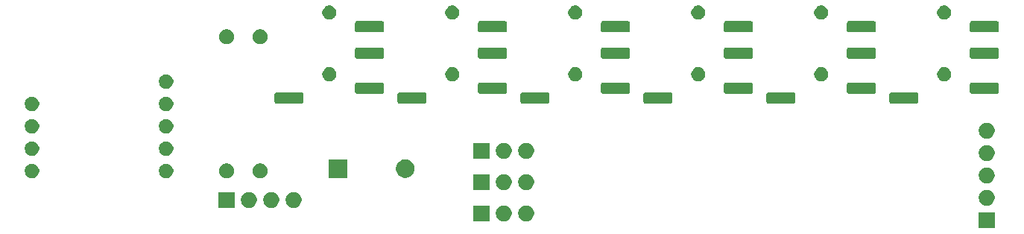
<source format=gbr>
G04 #@! TF.GenerationSoftware,KiCad,Pcbnew,(5.1.5)-3*
G04 #@! TF.CreationDate,2020-12-21T11:55:10+01:00*
G04 #@! TF.ProjectId,epimetheus,6570696d-6574-4686-9575-732e6b696361,rev?*
G04 #@! TF.SameCoordinates,Original*
G04 #@! TF.FileFunction,Soldermask,Top*
G04 #@! TF.FilePolarity,Negative*
%FSLAX46Y46*%
G04 Gerber Fmt 4.6, Leading zero omitted, Abs format (unit mm)*
G04 Created by KiCad (PCBNEW (5.1.5)-3) date 2020-12-21 11:55:10*
%MOMM*%
%LPD*%
G04 APERTURE LIST*
%ADD10C,0.100000*%
G04 APERTURE END LIST*
D10*
G36*
X264045000Y-72275000D02*
G01*
X262243000Y-72275000D01*
X262243000Y-70473000D01*
X264045000Y-70473000D01*
X264045000Y-72275000D01*
G37*
G36*
X210933512Y-69715927D02*
G01*
X211082812Y-69745624D01*
X211246784Y-69813544D01*
X211394354Y-69912147D01*
X211519853Y-70037646D01*
X211618456Y-70185216D01*
X211686376Y-70349188D01*
X211721000Y-70523259D01*
X211721000Y-70700741D01*
X211686376Y-70874812D01*
X211618456Y-71038784D01*
X211519853Y-71186354D01*
X211394354Y-71311853D01*
X211246784Y-71410456D01*
X211082812Y-71478376D01*
X210933512Y-71508073D01*
X210908742Y-71513000D01*
X210731258Y-71513000D01*
X210706488Y-71508073D01*
X210557188Y-71478376D01*
X210393216Y-71410456D01*
X210245646Y-71311853D01*
X210120147Y-71186354D01*
X210021544Y-71038784D01*
X209953624Y-70874812D01*
X209919000Y-70700741D01*
X209919000Y-70523259D01*
X209953624Y-70349188D01*
X210021544Y-70185216D01*
X210120147Y-70037646D01*
X210245646Y-69912147D01*
X210393216Y-69813544D01*
X210557188Y-69745624D01*
X210706488Y-69715927D01*
X210731258Y-69711000D01*
X210908742Y-69711000D01*
X210933512Y-69715927D01*
G37*
G36*
X208393512Y-69715927D02*
G01*
X208542812Y-69745624D01*
X208706784Y-69813544D01*
X208854354Y-69912147D01*
X208979853Y-70037646D01*
X209078456Y-70185216D01*
X209146376Y-70349188D01*
X209181000Y-70523259D01*
X209181000Y-70700741D01*
X209146376Y-70874812D01*
X209078456Y-71038784D01*
X208979853Y-71186354D01*
X208854354Y-71311853D01*
X208706784Y-71410456D01*
X208542812Y-71478376D01*
X208393512Y-71508073D01*
X208368742Y-71513000D01*
X208191258Y-71513000D01*
X208166488Y-71508073D01*
X208017188Y-71478376D01*
X207853216Y-71410456D01*
X207705646Y-71311853D01*
X207580147Y-71186354D01*
X207481544Y-71038784D01*
X207413624Y-70874812D01*
X207379000Y-70700741D01*
X207379000Y-70523259D01*
X207413624Y-70349188D01*
X207481544Y-70185216D01*
X207580147Y-70037646D01*
X207705646Y-69912147D01*
X207853216Y-69813544D01*
X208017188Y-69745624D01*
X208166488Y-69715927D01*
X208191258Y-69711000D01*
X208368742Y-69711000D01*
X208393512Y-69715927D01*
G37*
G36*
X206641000Y-71513000D02*
G01*
X204839000Y-71513000D01*
X204839000Y-69711000D01*
X206641000Y-69711000D01*
X206641000Y-71513000D01*
G37*
G36*
X177685000Y-69989000D02*
G01*
X175883000Y-69989000D01*
X175883000Y-68187000D01*
X177685000Y-68187000D01*
X177685000Y-69989000D01*
G37*
G36*
X184517512Y-68191927D02*
G01*
X184666812Y-68221624D01*
X184830784Y-68289544D01*
X184978354Y-68388147D01*
X185103853Y-68513646D01*
X185202456Y-68661216D01*
X185270376Y-68825188D01*
X185305000Y-68999259D01*
X185305000Y-69176741D01*
X185270376Y-69350812D01*
X185202456Y-69514784D01*
X185103853Y-69662354D01*
X184978354Y-69787853D01*
X184830784Y-69886456D01*
X184666812Y-69954376D01*
X184517512Y-69984073D01*
X184492742Y-69989000D01*
X184315258Y-69989000D01*
X184290488Y-69984073D01*
X184141188Y-69954376D01*
X183977216Y-69886456D01*
X183829646Y-69787853D01*
X183704147Y-69662354D01*
X183605544Y-69514784D01*
X183537624Y-69350812D01*
X183503000Y-69176741D01*
X183503000Y-68999259D01*
X183537624Y-68825188D01*
X183605544Y-68661216D01*
X183704147Y-68513646D01*
X183829646Y-68388147D01*
X183977216Y-68289544D01*
X184141188Y-68221624D01*
X184290488Y-68191927D01*
X184315258Y-68187000D01*
X184492742Y-68187000D01*
X184517512Y-68191927D01*
G37*
G36*
X181977512Y-68191927D02*
G01*
X182126812Y-68221624D01*
X182290784Y-68289544D01*
X182438354Y-68388147D01*
X182563853Y-68513646D01*
X182662456Y-68661216D01*
X182730376Y-68825188D01*
X182765000Y-68999259D01*
X182765000Y-69176741D01*
X182730376Y-69350812D01*
X182662456Y-69514784D01*
X182563853Y-69662354D01*
X182438354Y-69787853D01*
X182290784Y-69886456D01*
X182126812Y-69954376D01*
X181977512Y-69984073D01*
X181952742Y-69989000D01*
X181775258Y-69989000D01*
X181750488Y-69984073D01*
X181601188Y-69954376D01*
X181437216Y-69886456D01*
X181289646Y-69787853D01*
X181164147Y-69662354D01*
X181065544Y-69514784D01*
X180997624Y-69350812D01*
X180963000Y-69176741D01*
X180963000Y-68999259D01*
X180997624Y-68825188D01*
X181065544Y-68661216D01*
X181164147Y-68513646D01*
X181289646Y-68388147D01*
X181437216Y-68289544D01*
X181601188Y-68221624D01*
X181750488Y-68191927D01*
X181775258Y-68187000D01*
X181952742Y-68187000D01*
X181977512Y-68191927D01*
G37*
G36*
X179437512Y-68191927D02*
G01*
X179586812Y-68221624D01*
X179750784Y-68289544D01*
X179898354Y-68388147D01*
X180023853Y-68513646D01*
X180122456Y-68661216D01*
X180190376Y-68825188D01*
X180225000Y-68999259D01*
X180225000Y-69176741D01*
X180190376Y-69350812D01*
X180122456Y-69514784D01*
X180023853Y-69662354D01*
X179898354Y-69787853D01*
X179750784Y-69886456D01*
X179586812Y-69954376D01*
X179437512Y-69984073D01*
X179412742Y-69989000D01*
X179235258Y-69989000D01*
X179210488Y-69984073D01*
X179061188Y-69954376D01*
X178897216Y-69886456D01*
X178749646Y-69787853D01*
X178624147Y-69662354D01*
X178525544Y-69514784D01*
X178457624Y-69350812D01*
X178423000Y-69176741D01*
X178423000Y-68999259D01*
X178457624Y-68825188D01*
X178525544Y-68661216D01*
X178624147Y-68513646D01*
X178749646Y-68388147D01*
X178897216Y-68289544D01*
X179061188Y-68221624D01*
X179210488Y-68191927D01*
X179235258Y-68187000D01*
X179412742Y-68187000D01*
X179437512Y-68191927D01*
G37*
G36*
X263257512Y-67937927D02*
G01*
X263406812Y-67967624D01*
X263570784Y-68035544D01*
X263718354Y-68134147D01*
X263843853Y-68259646D01*
X263942456Y-68407216D01*
X264010376Y-68571188D01*
X264045000Y-68745259D01*
X264045000Y-68922741D01*
X264010376Y-69096812D01*
X263942456Y-69260784D01*
X263843853Y-69408354D01*
X263718354Y-69533853D01*
X263570784Y-69632456D01*
X263406812Y-69700376D01*
X263257512Y-69730073D01*
X263232742Y-69735000D01*
X263055258Y-69735000D01*
X263030488Y-69730073D01*
X262881188Y-69700376D01*
X262717216Y-69632456D01*
X262569646Y-69533853D01*
X262444147Y-69408354D01*
X262345544Y-69260784D01*
X262277624Y-69096812D01*
X262243000Y-68922741D01*
X262243000Y-68745259D01*
X262277624Y-68571188D01*
X262345544Y-68407216D01*
X262444147Y-68259646D01*
X262569646Y-68134147D01*
X262717216Y-68035544D01*
X262881188Y-67967624D01*
X263030488Y-67937927D01*
X263055258Y-67933000D01*
X263232742Y-67933000D01*
X263257512Y-67937927D01*
G37*
G36*
X210933512Y-66159927D02*
G01*
X211082812Y-66189624D01*
X211246784Y-66257544D01*
X211394354Y-66356147D01*
X211519853Y-66481646D01*
X211618456Y-66629216D01*
X211686376Y-66793188D01*
X211721000Y-66967259D01*
X211721000Y-67144741D01*
X211686376Y-67318812D01*
X211618456Y-67482784D01*
X211519853Y-67630354D01*
X211394354Y-67755853D01*
X211246784Y-67854456D01*
X211082812Y-67922376D01*
X210933512Y-67952073D01*
X210908742Y-67957000D01*
X210731258Y-67957000D01*
X210706488Y-67952073D01*
X210557188Y-67922376D01*
X210393216Y-67854456D01*
X210245646Y-67755853D01*
X210120147Y-67630354D01*
X210021544Y-67482784D01*
X209953624Y-67318812D01*
X209919000Y-67144741D01*
X209919000Y-66967259D01*
X209953624Y-66793188D01*
X210021544Y-66629216D01*
X210120147Y-66481646D01*
X210245646Y-66356147D01*
X210393216Y-66257544D01*
X210557188Y-66189624D01*
X210706488Y-66159927D01*
X210731258Y-66155000D01*
X210908742Y-66155000D01*
X210933512Y-66159927D01*
G37*
G36*
X208393512Y-66159927D02*
G01*
X208542812Y-66189624D01*
X208706784Y-66257544D01*
X208854354Y-66356147D01*
X208979853Y-66481646D01*
X209078456Y-66629216D01*
X209146376Y-66793188D01*
X209181000Y-66967259D01*
X209181000Y-67144741D01*
X209146376Y-67318812D01*
X209078456Y-67482784D01*
X208979853Y-67630354D01*
X208854354Y-67755853D01*
X208706784Y-67854456D01*
X208542812Y-67922376D01*
X208393512Y-67952073D01*
X208368742Y-67957000D01*
X208191258Y-67957000D01*
X208166488Y-67952073D01*
X208017188Y-67922376D01*
X207853216Y-67854456D01*
X207705646Y-67755853D01*
X207580147Y-67630354D01*
X207481544Y-67482784D01*
X207413624Y-67318812D01*
X207379000Y-67144741D01*
X207379000Y-66967259D01*
X207413624Y-66793188D01*
X207481544Y-66629216D01*
X207580147Y-66481646D01*
X207705646Y-66356147D01*
X207853216Y-66257544D01*
X208017188Y-66189624D01*
X208166488Y-66159927D01*
X208191258Y-66155000D01*
X208368742Y-66155000D01*
X208393512Y-66159927D01*
G37*
G36*
X206641000Y-67957000D02*
G01*
X204839000Y-67957000D01*
X204839000Y-66155000D01*
X206641000Y-66155000D01*
X206641000Y-67957000D01*
G37*
G36*
X263257512Y-65397927D02*
G01*
X263406812Y-65427624D01*
X263570784Y-65495544D01*
X263718354Y-65594147D01*
X263843853Y-65719646D01*
X263942456Y-65867216D01*
X264010376Y-66031188D01*
X264038206Y-66171101D01*
X264044347Y-66201973D01*
X264045000Y-66205259D01*
X264045000Y-66382741D01*
X264010376Y-66556812D01*
X263942456Y-66720784D01*
X263843853Y-66868354D01*
X263718354Y-66993853D01*
X263570784Y-67092456D01*
X263406812Y-67160376D01*
X263257512Y-67190073D01*
X263232742Y-67195000D01*
X263055258Y-67195000D01*
X263030488Y-67190073D01*
X262881188Y-67160376D01*
X262717216Y-67092456D01*
X262569646Y-66993853D01*
X262444147Y-66868354D01*
X262345544Y-66720784D01*
X262277624Y-66556812D01*
X262243000Y-66382741D01*
X262243000Y-66205259D01*
X262243654Y-66201973D01*
X262249794Y-66171101D01*
X262277624Y-66031188D01*
X262345544Y-65867216D01*
X262444147Y-65719646D01*
X262569646Y-65594147D01*
X262717216Y-65495544D01*
X262881188Y-65427624D01*
X263030488Y-65397927D01*
X263055258Y-65393000D01*
X263232742Y-65393000D01*
X263257512Y-65397927D01*
G37*
G36*
X180842228Y-64967703D02*
G01*
X180997100Y-65031853D01*
X181136481Y-65124985D01*
X181255015Y-65243519D01*
X181348147Y-65382900D01*
X181412297Y-65537772D01*
X181445000Y-65702184D01*
X181445000Y-65869816D01*
X181412297Y-66034228D01*
X181348147Y-66189100D01*
X181255015Y-66328481D01*
X181136481Y-66447015D01*
X180997100Y-66540147D01*
X180842228Y-66604297D01*
X180677816Y-66637000D01*
X180510184Y-66637000D01*
X180345772Y-66604297D01*
X180190900Y-66540147D01*
X180051519Y-66447015D01*
X179932985Y-66328481D01*
X179839853Y-66189100D01*
X179775703Y-66034228D01*
X179743000Y-65869816D01*
X179743000Y-65702184D01*
X179775703Y-65537772D01*
X179839853Y-65382900D01*
X179932985Y-65243519D01*
X180051519Y-65124985D01*
X180190900Y-65031853D01*
X180345772Y-64967703D01*
X180510184Y-64935000D01*
X180677816Y-64935000D01*
X180842228Y-64967703D01*
G37*
G36*
X177032228Y-64967703D02*
G01*
X177187100Y-65031853D01*
X177326481Y-65124985D01*
X177445015Y-65243519D01*
X177538147Y-65382900D01*
X177602297Y-65537772D01*
X177635000Y-65702184D01*
X177635000Y-65869816D01*
X177602297Y-66034228D01*
X177538147Y-66189100D01*
X177445015Y-66328481D01*
X177326481Y-66447015D01*
X177187100Y-66540147D01*
X177032228Y-66604297D01*
X176867816Y-66637000D01*
X176700184Y-66637000D01*
X176535772Y-66604297D01*
X176380900Y-66540147D01*
X176241519Y-66447015D01*
X176122985Y-66328481D01*
X176029853Y-66189100D01*
X175965703Y-66034228D01*
X175933000Y-65869816D01*
X175933000Y-65702184D01*
X175965703Y-65537772D01*
X176029853Y-65382900D01*
X176122985Y-65243519D01*
X176241519Y-65124985D01*
X176380900Y-65031853D01*
X176535772Y-64967703D01*
X176700184Y-64935000D01*
X176867816Y-64935000D01*
X177032228Y-64967703D01*
G37*
G36*
X154923142Y-65004242D02*
G01*
X155071101Y-65065529D01*
X155204255Y-65154499D01*
X155317501Y-65267745D01*
X155406471Y-65400899D01*
X155467758Y-65548858D01*
X155499000Y-65705925D01*
X155499000Y-65866075D01*
X155467758Y-66023142D01*
X155406471Y-66171101D01*
X155317501Y-66304255D01*
X155204255Y-66417501D01*
X155071101Y-66506471D01*
X154923142Y-66567758D01*
X154766075Y-66599000D01*
X154605925Y-66599000D01*
X154448858Y-66567758D01*
X154300899Y-66506471D01*
X154167745Y-66417501D01*
X154054499Y-66304255D01*
X153965529Y-66171101D01*
X153904242Y-66023142D01*
X153873000Y-65866075D01*
X153873000Y-65705925D01*
X153904242Y-65548858D01*
X153965529Y-65400899D01*
X154054499Y-65267745D01*
X154167745Y-65154499D01*
X154300899Y-65065529D01*
X154448858Y-65004242D01*
X154605925Y-64973000D01*
X154766075Y-64973000D01*
X154923142Y-65004242D01*
G37*
G36*
X170163142Y-65004242D02*
G01*
X170311101Y-65065529D01*
X170444255Y-65154499D01*
X170557501Y-65267745D01*
X170646471Y-65400899D01*
X170707758Y-65548858D01*
X170739000Y-65705925D01*
X170739000Y-65866075D01*
X170707758Y-66023142D01*
X170646471Y-66171101D01*
X170557501Y-66304255D01*
X170444255Y-66417501D01*
X170311101Y-66506471D01*
X170163142Y-66567758D01*
X170006075Y-66599000D01*
X169845925Y-66599000D01*
X169688858Y-66567758D01*
X169540899Y-66506471D01*
X169407745Y-66417501D01*
X169294499Y-66304255D01*
X169205529Y-66171101D01*
X169144242Y-66023142D01*
X169113000Y-65866075D01*
X169113000Y-65705925D01*
X169144242Y-65548858D01*
X169205529Y-65400899D01*
X169294499Y-65267745D01*
X169407745Y-65154499D01*
X169540899Y-65065529D01*
X169688858Y-65004242D01*
X169845925Y-64973000D01*
X170006075Y-64973000D01*
X170163142Y-65004242D01*
G37*
G36*
X197390564Y-64521389D02*
G01*
X197581833Y-64600615D01*
X197581835Y-64600616D01*
X197753973Y-64715635D01*
X197900365Y-64862027D01*
X198013839Y-65031852D01*
X198015385Y-65034167D01*
X198094611Y-65225436D01*
X198135000Y-65428484D01*
X198135000Y-65635516D01*
X198094611Y-65838564D01*
X198082742Y-65867218D01*
X198015384Y-66029835D01*
X197900365Y-66201973D01*
X197753973Y-66348365D01*
X197581835Y-66463384D01*
X197581834Y-66463385D01*
X197581833Y-66463385D01*
X197390564Y-66542611D01*
X197187516Y-66583000D01*
X196980484Y-66583000D01*
X196777436Y-66542611D01*
X196586167Y-66463385D01*
X196586166Y-66463385D01*
X196586165Y-66463384D01*
X196414027Y-66348365D01*
X196267635Y-66201973D01*
X196152616Y-66029835D01*
X196085258Y-65867218D01*
X196073389Y-65838564D01*
X196033000Y-65635516D01*
X196033000Y-65428484D01*
X196073389Y-65225436D01*
X196152615Y-65034167D01*
X196154162Y-65031852D01*
X196267635Y-64862027D01*
X196414027Y-64715635D01*
X196586165Y-64600616D01*
X196586167Y-64600615D01*
X196777436Y-64521389D01*
X196980484Y-64481000D01*
X197187516Y-64481000D01*
X197390564Y-64521389D01*
G37*
G36*
X190535000Y-66583000D02*
G01*
X188433000Y-66583000D01*
X188433000Y-64481000D01*
X190535000Y-64481000D01*
X190535000Y-66583000D01*
G37*
G36*
X263257512Y-62857927D02*
G01*
X263406812Y-62887624D01*
X263570784Y-62955544D01*
X263718354Y-63054147D01*
X263843853Y-63179646D01*
X263942456Y-63327216D01*
X264010376Y-63491188D01*
X264045000Y-63665259D01*
X264045000Y-63842741D01*
X264010376Y-64016812D01*
X263942456Y-64180784D01*
X263843853Y-64328354D01*
X263718354Y-64453853D01*
X263570784Y-64552456D01*
X263406812Y-64620376D01*
X263257512Y-64650073D01*
X263232742Y-64655000D01*
X263055258Y-64655000D01*
X263030488Y-64650073D01*
X262881188Y-64620376D01*
X262717216Y-64552456D01*
X262569646Y-64453853D01*
X262444147Y-64328354D01*
X262345544Y-64180784D01*
X262277624Y-64016812D01*
X262243000Y-63842741D01*
X262243000Y-63665259D01*
X262277624Y-63491188D01*
X262345544Y-63327216D01*
X262444147Y-63179646D01*
X262569646Y-63054147D01*
X262717216Y-62955544D01*
X262881188Y-62887624D01*
X263030488Y-62857927D01*
X263055258Y-62853000D01*
X263232742Y-62853000D01*
X263257512Y-62857927D01*
G37*
G36*
X210933512Y-62603927D02*
G01*
X211082812Y-62633624D01*
X211246784Y-62701544D01*
X211394354Y-62800147D01*
X211519853Y-62925646D01*
X211618456Y-63073216D01*
X211686376Y-63237188D01*
X211721000Y-63411259D01*
X211721000Y-63588741D01*
X211686376Y-63762812D01*
X211618456Y-63926784D01*
X211519853Y-64074354D01*
X211394354Y-64199853D01*
X211246784Y-64298456D01*
X211082812Y-64366376D01*
X210933512Y-64396073D01*
X210908742Y-64401000D01*
X210731258Y-64401000D01*
X210706488Y-64396073D01*
X210557188Y-64366376D01*
X210393216Y-64298456D01*
X210245646Y-64199853D01*
X210120147Y-64074354D01*
X210021544Y-63926784D01*
X209953624Y-63762812D01*
X209919000Y-63588741D01*
X209919000Y-63411259D01*
X209953624Y-63237188D01*
X210021544Y-63073216D01*
X210120147Y-62925646D01*
X210245646Y-62800147D01*
X210393216Y-62701544D01*
X210557188Y-62633624D01*
X210706488Y-62603927D01*
X210731258Y-62599000D01*
X210908742Y-62599000D01*
X210933512Y-62603927D01*
G37*
G36*
X206641000Y-64401000D02*
G01*
X204839000Y-64401000D01*
X204839000Y-62599000D01*
X206641000Y-62599000D01*
X206641000Y-64401000D01*
G37*
G36*
X208393512Y-62603927D02*
G01*
X208542812Y-62633624D01*
X208706784Y-62701544D01*
X208854354Y-62800147D01*
X208979853Y-62925646D01*
X209078456Y-63073216D01*
X209146376Y-63237188D01*
X209181000Y-63411259D01*
X209181000Y-63588741D01*
X209146376Y-63762812D01*
X209078456Y-63926784D01*
X208979853Y-64074354D01*
X208854354Y-64199853D01*
X208706784Y-64298456D01*
X208542812Y-64366376D01*
X208393512Y-64396073D01*
X208368742Y-64401000D01*
X208191258Y-64401000D01*
X208166488Y-64396073D01*
X208017188Y-64366376D01*
X207853216Y-64298456D01*
X207705646Y-64199853D01*
X207580147Y-64074354D01*
X207481544Y-63926784D01*
X207413624Y-63762812D01*
X207379000Y-63588741D01*
X207379000Y-63411259D01*
X207413624Y-63237188D01*
X207481544Y-63073216D01*
X207580147Y-62925646D01*
X207705646Y-62800147D01*
X207853216Y-62701544D01*
X208017188Y-62633624D01*
X208166488Y-62603927D01*
X208191258Y-62599000D01*
X208368742Y-62599000D01*
X208393512Y-62603927D01*
G37*
G36*
X154923142Y-62464242D02*
G01*
X155071101Y-62525529D01*
X155204255Y-62614499D01*
X155317501Y-62727745D01*
X155406471Y-62860899D01*
X155467758Y-63008858D01*
X155499000Y-63165925D01*
X155499000Y-63326075D01*
X155467758Y-63483142D01*
X155406471Y-63631101D01*
X155317501Y-63764255D01*
X155204255Y-63877501D01*
X155071101Y-63966471D01*
X154923142Y-64027758D01*
X154766075Y-64059000D01*
X154605925Y-64059000D01*
X154448858Y-64027758D01*
X154300899Y-63966471D01*
X154167745Y-63877501D01*
X154054499Y-63764255D01*
X153965529Y-63631101D01*
X153904242Y-63483142D01*
X153873000Y-63326075D01*
X153873000Y-63165925D01*
X153904242Y-63008858D01*
X153965529Y-62860899D01*
X154054499Y-62727745D01*
X154167745Y-62614499D01*
X154300899Y-62525529D01*
X154448858Y-62464242D01*
X154605925Y-62433000D01*
X154766075Y-62433000D01*
X154923142Y-62464242D01*
G37*
G36*
X170163142Y-62464242D02*
G01*
X170311101Y-62525529D01*
X170444255Y-62614499D01*
X170557501Y-62727745D01*
X170646471Y-62860899D01*
X170707758Y-63008858D01*
X170739000Y-63165925D01*
X170739000Y-63326075D01*
X170707758Y-63483142D01*
X170646471Y-63631101D01*
X170557501Y-63764255D01*
X170444255Y-63877501D01*
X170311101Y-63966471D01*
X170163142Y-64027758D01*
X170006075Y-64059000D01*
X169845925Y-64059000D01*
X169688858Y-64027758D01*
X169540899Y-63966471D01*
X169407745Y-63877501D01*
X169294499Y-63764255D01*
X169205529Y-63631101D01*
X169144242Y-63483142D01*
X169113000Y-63326075D01*
X169113000Y-63165925D01*
X169144242Y-63008858D01*
X169205529Y-62860899D01*
X169294499Y-62727745D01*
X169407745Y-62614499D01*
X169540899Y-62525529D01*
X169688858Y-62464242D01*
X169845925Y-62433000D01*
X170006075Y-62433000D01*
X170163142Y-62464242D01*
G37*
G36*
X263257512Y-60317927D02*
G01*
X263406812Y-60347624D01*
X263570784Y-60415544D01*
X263718354Y-60514147D01*
X263843853Y-60639646D01*
X263942456Y-60787216D01*
X264010376Y-60951188D01*
X264045000Y-61125259D01*
X264045000Y-61302741D01*
X264010376Y-61476812D01*
X263942456Y-61640784D01*
X263843853Y-61788354D01*
X263718354Y-61913853D01*
X263570784Y-62012456D01*
X263406812Y-62080376D01*
X263257512Y-62110073D01*
X263232742Y-62115000D01*
X263055258Y-62115000D01*
X263030488Y-62110073D01*
X262881188Y-62080376D01*
X262717216Y-62012456D01*
X262569646Y-61913853D01*
X262444147Y-61788354D01*
X262345544Y-61640784D01*
X262277624Y-61476812D01*
X262243000Y-61302741D01*
X262243000Y-61125259D01*
X262277624Y-60951188D01*
X262345544Y-60787216D01*
X262444147Y-60639646D01*
X262569646Y-60514147D01*
X262717216Y-60415544D01*
X262881188Y-60347624D01*
X263030488Y-60317927D01*
X263055258Y-60313000D01*
X263232742Y-60313000D01*
X263257512Y-60317927D01*
G37*
G36*
X154923142Y-59924242D02*
G01*
X155071101Y-59985529D01*
X155204255Y-60074499D01*
X155317501Y-60187745D01*
X155406471Y-60320899D01*
X155467758Y-60468858D01*
X155499000Y-60625925D01*
X155499000Y-60786075D01*
X155467758Y-60943142D01*
X155406471Y-61091101D01*
X155317501Y-61224255D01*
X155204255Y-61337501D01*
X155071101Y-61426471D01*
X154923142Y-61487758D01*
X154766075Y-61519000D01*
X154605925Y-61519000D01*
X154448858Y-61487758D01*
X154300899Y-61426471D01*
X154167745Y-61337501D01*
X154054499Y-61224255D01*
X153965529Y-61091101D01*
X153904242Y-60943142D01*
X153873000Y-60786075D01*
X153873000Y-60625925D01*
X153904242Y-60468858D01*
X153965529Y-60320899D01*
X154054499Y-60187745D01*
X154167745Y-60074499D01*
X154300899Y-59985529D01*
X154448858Y-59924242D01*
X154605925Y-59893000D01*
X154766075Y-59893000D01*
X154923142Y-59924242D01*
G37*
G36*
X170163142Y-59924242D02*
G01*
X170311101Y-59985529D01*
X170444255Y-60074499D01*
X170557501Y-60187745D01*
X170646471Y-60320899D01*
X170707758Y-60468858D01*
X170739000Y-60625925D01*
X170739000Y-60786075D01*
X170707758Y-60943142D01*
X170646471Y-61091101D01*
X170557501Y-61224255D01*
X170444255Y-61337501D01*
X170311101Y-61426471D01*
X170163142Y-61487758D01*
X170006075Y-61519000D01*
X169845925Y-61519000D01*
X169688858Y-61487758D01*
X169540899Y-61426471D01*
X169407745Y-61337501D01*
X169294499Y-61224255D01*
X169205529Y-61091101D01*
X169144242Y-60943142D01*
X169113000Y-60786075D01*
X169113000Y-60625925D01*
X169144242Y-60468858D01*
X169205529Y-60320899D01*
X169294499Y-60187745D01*
X169407745Y-60074499D01*
X169540899Y-59985529D01*
X169688858Y-59924242D01*
X169845925Y-59893000D01*
X170006075Y-59893000D01*
X170163142Y-59924242D01*
G37*
G36*
X154923142Y-57384242D02*
G01*
X155071101Y-57445529D01*
X155204255Y-57534499D01*
X155317501Y-57647745D01*
X155406471Y-57780899D01*
X155467758Y-57928858D01*
X155499000Y-58085925D01*
X155499000Y-58246075D01*
X155467758Y-58403142D01*
X155406471Y-58551101D01*
X155317501Y-58684255D01*
X155204255Y-58797501D01*
X155071101Y-58886471D01*
X154923142Y-58947758D01*
X154766075Y-58979000D01*
X154605925Y-58979000D01*
X154448858Y-58947758D01*
X154300899Y-58886471D01*
X154167745Y-58797501D01*
X154054499Y-58684255D01*
X153965529Y-58551101D01*
X153904242Y-58403142D01*
X153873000Y-58246075D01*
X153873000Y-58085925D01*
X153904242Y-57928858D01*
X153965529Y-57780899D01*
X154054499Y-57647745D01*
X154167745Y-57534499D01*
X154300899Y-57445529D01*
X154448858Y-57384242D01*
X154605925Y-57353000D01*
X154766075Y-57353000D01*
X154923142Y-57384242D01*
G37*
G36*
X170163142Y-57384242D02*
G01*
X170311101Y-57445529D01*
X170444255Y-57534499D01*
X170557501Y-57647745D01*
X170646471Y-57780899D01*
X170707758Y-57928858D01*
X170739000Y-58085925D01*
X170739000Y-58246075D01*
X170707758Y-58403142D01*
X170646471Y-58551101D01*
X170557501Y-58684255D01*
X170444255Y-58797501D01*
X170311101Y-58886471D01*
X170163142Y-58947758D01*
X170006075Y-58979000D01*
X169845925Y-58979000D01*
X169688858Y-58947758D01*
X169540899Y-58886471D01*
X169407745Y-58797501D01*
X169294499Y-58684255D01*
X169205529Y-58551101D01*
X169144242Y-58403142D01*
X169113000Y-58246075D01*
X169113000Y-58085925D01*
X169144242Y-57928858D01*
X169205529Y-57780899D01*
X169294499Y-57647745D01*
X169407745Y-57534499D01*
X169540899Y-57445529D01*
X169688858Y-57384242D01*
X169845925Y-57353000D01*
X170006075Y-57353000D01*
X170163142Y-57384242D01*
G37*
G36*
X227245192Y-56857646D02*
G01*
X227294414Y-56872578D01*
X227339778Y-56896826D01*
X227379542Y-56929458D01*
X227412174Y-56969222D01*
X227436422Y-57014586D01*
X227451354Y-57063808D01*
X227457000Y-57121140D01*
X227457000Y-57884860D01*
X227451354Y-57942192D01*
X227436422Y-57991414D01*
X227412174Y-58036778D01*
X227379542Y-58076542D01*
X227339778Y-58109174D01*
X227294414Y-58133422D01*
X227245192Y-58148354D01*
X227187860Y-58154000D01*
X224424140Y-58154000D01*
X224366808Y-58148354D01*
X224317586Y-58133422D01*
X224272222Y-58109174D01*
X224232458Y-58076542D01*
X224199826Y-58036778D01*
X224175578Y-57991414D01*
X224160646Y-57942192D01*
X224155000Y-57884860D01*
X224155000Y-57121140D01*
X224160646Y-57063808D01*
X224175578Y-57014586D01*
X224199826Y-56969222D01*
X224232458Y-56929458D01*
X224272222Y-56896826D01*
X224317586Y-56872578D01*
X224366808Y-56857646D01*
X224424140Y-56852000D01*
X227187860Y-56852000D01*
X227245192Y-56857646D01*
G37*
G36*
X213275192Y-56857646D02*
G01*
X213324414Y-56872578D01*
X213369778Y-56896826D01*
X213409542Y-56929458D01*
X213442174Y-56969222D01*
X213466422Y-57014586D01*
X213481354Y-57063808D01*
X213487000Y-57121140D01*
X213487000Y-57884860D01*
X213481354Y-57942192D01*
X213466422Y-57991414D01*
X213442174Y-58036778D01*
X213409542Y-58076542D01*
X213369778Y-58109174D01*
X213324414Y-58133422D01*
X213275192Y-58148354D01*
X213217860Y-58154000D01*
X210454140Y-58154000D01*
X210396808Y-58148354D01*
X210347586Y-58133422D01*
X210302222Y-58109174D01*
X210262458Y-58076542D01*
X210229826Y-58036778D01*
X210205578Y-57991414D01*
X210190646Y-57942192D01*
X210185000Y-57884860D01*
X210185000Y-57121140D01*
X210190646Y-57063808D01*
X210205578Y-57014586D01*
X210229826Y-56969222D01*
X210262458Y-56929458D01*
X210302222Y-56896826D01*
X210347586Y-56872578D01*
X210396808Y-56857646D01*
X210454140Y-56852000D01*
X213217860Y-56852000D01*
X213275192Y-56857646D01*
G37*
G36*
X241215192Y-56857646D02*
G01*
X241264414Y-56872578D01*
X241309778Y-56896826D01*
X241349542Y-56929458D01*
X241382174Y-56969222D01*
X241406422Y-57014586D01*
X241421354Y-57063808D01*
X241427000Y-57121140D01*
X241427000Y-57884860D01*
X241421354Y-57942192D01*
X241406422Y-57991414D01*
X241382174Y-58036778D01*
X241349542Y-58076542D01*
X241309778Y-58109174D01*
X241264414Y-58133422D01*
X241215192Y-58148354D01*
X241157860Y-58154000D01*
X238394140Y-58154000D01*
X238336808Y-58148354D01*
X238287586Y-58133422D01*
X238242222Y-58109174D01*
X238202458Y-58076542D01*
X238169826Y-58036778D01*
X238145578Y-57991414D01*
X238130646Y-57942192D01*
X238125000Y-57884860D01*
X238125000Y-57121140D01*
X238130646Y-57063808D01*
X238145578Y-57014586D01*
X238169826Y-56969222D01*
X238202458Y-56929458D01*
X238242222Y-56896826D01*
X238287586Y-56872578D01*
X238336808Y-56857646D01*
X238394140Y-56852000D01*
X241157860Y-56852000D01*
X241215192Y-56857646D01*
G37*
G36*
X199305192Y-56857646D02*
G01*
X199354414Y-56872578D01*
X199399778Y-56896826D01*
X199439542Y-56929458D01*
X199472174Y-56969222D01*
X199496422Y-57014586D01*
X199511354Y-57063808D01*
X199517000Y-57121140D01*
X199517000Y-57884860D01*
X199511354Y-57942192D01*
X199496422Y-57991414D01*
X199472174Y-58036778D01*
X199439542Y-58076542D01*
X199399778Y-58109174D01*
X199354414Y-58133422D01*
X199305192Y-58148354D01*
X199247860Y-58154000D01*
X196484140Y-58154000D01*
X196426808Y-58148354D01*
X196377586Y-58133422D01*
X196332222Y-58109174D01*
X196292458Y-58076542D01*
X196259826Y-58036778D01*
X196235578Y-57991414D01*
X196220646Y-57942192D01*
X196215000Y-57884860D01*
X196215000Y-57121140D01*
X196220646Y-57063808D01*
X196235578Y-57014586D01*
X196259826Y-56969222D01*
X196292458Y-56929458D01*
X196332222Y-56896826D01*
X196377586Y-56872578D01*
X196426808Y-56857646D01*
X196484140Y-56852000D01*
X199247860Y-56852000D01*
X199305192Y-56857646D01*
G37*
G36*
X185335192Y-56857646D02*
G01*
X185384414Y-56872578D01*
X185429778Y-56896826D01*
X185469542Y-56929458D01*
X185502174Y-56969222D01*
X185526422Y-57014586D01*
X185541354Y-57063808D01*
X185547000Y-57121140D01*
X185547000Y-57884860D01*
X185541354Y-57942192D01*
X185526422Y-57991414D01*
X185502174Y-58036778D01*
X185469542Y-58076542D01*
X185429778Y-58109174D01*
X185384414Y-58133422D01*
X185335192Y-58148354D01*
X185277860Y-58154000D01*
X182514140Y-58154000D01*
X182456808Y-58148354D01*
X182407586Y-58133422D01*
X182362222Y-58109174D01*
X182322458Y-58076542D01*
X182289826Y-58036778D01*
X182265578Y-57991414D01*
X182250646Y-57942192D01*
X182245000Y-57884860D01*
X182245000Y-57121140D01*
X182250646Y-57063808D01*
X182265578Y-57014586D01*
X182289826Y-56969222D01*
X182322458Y-56929458D01*
X182362222Y-56896826D01*
X182407586Y-56872578D01*
X182456808Y-56857646D01*
X182514140Y-56852000D01*
X185277860Y-56852000D01*
X185335192Y-56857646D01*
G37*
G36*
X255185192Y-56857646D02*
G01*
X255234414Y-56872578D01*
X255279778Y-56896826D01*
X255319542Y-56929458D01*
X255352174Y-56969222D01*
X255376422Y-57014586D01*
X255391354Y-57063808D01*
X255397000Y-57121140D01*
X255397000Y-57884860D01*
X255391354Y-57942192D01*
X255376422Y-57991414D01*
X255352174Y-58036778D01*
X255319542Y-58076542D01*
X255279778Y-58109174D01*
X255234414Y-58133422D01*
X255185192Y-58148354D01*
X255127860Y-58154000D01*
X252364140Y-58154000D01*
X252306808Y-58148354D01*
X252257586Y-58133422D01*
X252212222Y-58109174D01*
X252172458Y-58076542D01*
X252139826Y-58036778D01*
X252115578Y-57991414D01*
X252100646Y-57942192D01*
X252095000Y-57884860D01*
X252095000Y-57121140D01*
X252100646Y-57063808D01*
X252115578Y-57014586D01*
X252139826Y-56969222D01*
X252172458Y-56929458D01*
X252212222Y-56896826D01*
X252257586Y-56872578D01*
X252306808Y-56857646D01*
X252364140Y-56852000D01*
X255127860Y-56852000D01*
X255185192Y-56857646D01*
G37*
G36*
X264329192Y-55742646D02*
G01*
X264378414Y-55757578D01*
X264423778Y-55781826D01*
X264463542Y-55814458D01*
X264496174Y-55854222D01*
X264520422Y-55899586D01*
X264535354Y-55948808D01*
X264541000Y-56006140D01*
X264541000Y-56769860D01*
X264535354Y-56827192D01*
X264520422Y-56876414D01*
X264496174Y-56921778D01*
X264463542Y-56961542D01*
X264423778Y-56994174D01*
X264378414Y-57018422D01*
X264329192Y-57033354D01*
X264271860Y-57039000D01*
X261508140Y-57039000D01*
X261450808Y-57033354D01*
X261401586Y-57018422D01*
X261356222Y-56994174D01*
X261316458Y-56961542D01*
X261283826Y-56921778D01*
X261259578Y-56876414D01*
X261244646Y-56827192D01*
X261239000Y-56769860D01*
X261239000Y-56006140D01*
X261244646Y-55948808D01*
X261259578Y-55899586D01*
X261283826Y-55854222D01*
X261316458Y-55814458D01*
X261356222Y-55781826D01*
X261401586Y-55757578D01*
X261450808Y-55742646D01*
X261508140Y-55737000D01*
X264271860Y-55737000D01*
X264329192Y-55742646D01*
G37*
G36*
X208449192Y-55742646D02*
G01*
X208498414Y-55757578D01*
X208543778Y-55781826D01*
X208583542Y-55814458D01*
X208616174Y-55854222D01*
X208640422Y-55899586D01*
X208655354Y-55948808D01*
X208661000Y-56006140D01*
X208661000Y-56769860D01*
X208655354Y-56827192D01*
X208640422Y-56876414D01*
X208616174Y-56921778D01*
X208583542Y-56961542D01*
X208543778Y-56994174D01*
X208498414Y-57018422D01*
X208449192Y-57033354D01*
X208391860Y-57039000D01*
X205628140Y-57039000D01*
X205570808Y-57033354D01*
X205521586Y-57018422D01*
X205476222Y-56994174D01*
X205436458Y-56961542D01*
X205403826Y-56921778D01*
X205379578Y-56876414D01*
X205364646Y-56827192D01*
X205359000Y-56769860D01*
X205359000Y-56006140D01*
X205364646Y-55948808D01*
X205379578Y-55899586D01*
X205403826Y-55854222D01*
X205436458Y-55814458D01*
X205476222Y-55781826D01*
X205521586Y-55757578D01*
X205570808Y-55742646D01*
X205628140Y-55737000D01*
X208391860Y-55737000D01*
X208449192Y-55742646D01*
G37*
G36*
X250359192Y-55742646D02*
G01*
X250408414Y-55757578D01*
X250453778Y-55781826D01*
X250493542Y-55814458D01*
X250526174Y-55854222D01*
X250550422Y-55899586D01*
X250565354Y-55948808D01*
X250571000Y-56006140D01*
X250571000Y-56769860D01*
X250565354Y-56827192D01*
X250550422Y-56876414D01*
X250526174Y-56921778D01*
X250493542Y-56961542D01*
X250453778Y-56994174D01*
X250408414Y-57018422D01*
X250359192Y-57033354D01*
X250301860Y-57039000D01*
X247538140Y-57039000D01*
X247480808Y-57033354D01*
X247431586Y-57018422D01*
X247386222Y-56994174D01*
X247346458Y-56961542D01*
X247313826Y-56921778D01*
X247289578Y-56876414D01*
X247274646Y-56827192D01*
X247269000Y-56769860D01*
X247269000Y-56006140D01*
X247274646Y-55948808D01*
X247289578Y-55899586D01*
X247313826Y-55854222D01*
X247346458Y-55814458D01*
X247386222Y-55781826D01*
X247431586Y-55757578D01*
X247480808Y-55742646D01*
X247538140Y-55737000D01*
X250301860Y-55737000D01*
X250359192Y-55742646D01*
G37*
G36*
X194479192Y-55742646D02*
G01*
X194528414Y-55757578D01*
X194573778Y-55781826D01*
X194613542Y-55814458D01*
X194646174Y-55854222D01*
X194670422Y-55899586D01*
X194685354Y-55948808D01*
X194691000Y-56006140D01*
X194691000Y-56769860D01*
X194685354Y-56827192D01*
X194670422Y-56876414D01*
X194646174Y-56921778D01*
X194613542Y-56961542D01*
X194573778Y-56994174D01*
X194528414Y-57018422D01*
X194479192Y-57033354D01*
X194421860Y-57039000D01*
X191658140Y-57039000D01*
X191600808Y-57033354D01*
X191551586Y-57018422D01*
X191506222Y-56994174D01*
X191466458Y-56961542D01*
X191433826Y-56921778D01*
X191409578Y-56876414D01*
X191394646Y-56827192D01*
X191389000Y-56769860D01*
X191389000Y-56006140D01*
X191394646Y-55948808D01*
X191409578Y-55899586D01*
X191433826Y-55854222D01*
X191466458Y-55814458D01*
X191506222Y-55781826D01*
X191551586Y-55757578D01*
X191600808Y-55742646D01*
X191658140Y-55737000D01*
X194421860Y-55737000D01*
X194479192Y-55742646D01*
G37*
G36*
X236389192Y-55742646D02*
G01*
X236438414Y-55757578D01*
X236483778Y-55781826D01*
X236523542Y-55814458D01*
X236556174Y-55854222D01*
X236580422Y-55899586D01*
X236595354Y-55948808D01*
X236601000Y-56006140D01*
X236601000Y-56769860D01*
X236595354Y-56827192D01*
X236580422Y-56876414D01*
X236556174Y-56921778D01*
X236523542Y-56961542D01*
X236483778Y-56994174D01*
X236438414Y-57018422D01*
X236389192Y-57033354D01*
X236331860Y-57039000D01*
X233568140Y-57039000D01*
X233510808Y-57033354D01*
X233461586Y-57018422D01*
X233416222Y-56994174D01*
X233376458Y-56961542D01*
X233343826Y-56921778D01*
X233319578Y-56876414D01*
X233304646Y-56827192D01*
X233299000Y-56769860D01*
X233299000Y-56006140D01*
X233304646Y-55948808D01*
X233319578Y-55899586D01*
X233343826Y-55854222D01*
X233376458Y-55814458D01*
X233416222Y-55781826D01*
X233461586Y-55757578D01*
X233510808Y-55742646D01*
X233568140Y-55737000D01*
X236331860Y-55737000D01*
X236389192Y-55742646D01*
G37*
G36*
X222419192Y-55742646D02*
G01*
X222468414Y-55757578D01*
X222513778Y-55781826D01*
X222553542Y-55814458D01*
X222586174Y-55854222D01*
X222610422Y-55899586D01*
X222625354Y-55948808D01*
X222631000Y-56006140D01*
X222631000Y-56769860D01*
X222625354Y-56827192D01*
X222610422Y-56876414D01*
X222586174Y-56921778D01*
X222553542Y-56961542D01*
X222513778Y-56994174D01*
X222468414Y-57018422D01*
X222419192Y-57033354D01*
X222361860Y-57039000D01*
X219598140Y-57039000D01*
X219540808Y-57033354D01*
X219491586Y-57018422D01*
X219446222Y-56994174D01*
X219406458Y-56961542D01*
X219373826Y-56921778D01*
X219349578Y-56876414D01*
X219334646Y-56827192D01*
X219329000Y-56769860D01*
X219329000Y-56006140D01*
X219334646Y-55948808D01*
X219349578Y-55899586D01*
X219373826Y-55854222D01*
X219406458Y-55814458D01*
X219446222Y-55781826D01*
X219491586Y-55757578D01*
X219540808Y-55742646D01*
X219598140Y-55737000D01*
X222361860Y-55737000D01*
X222419192Y-55742646D01*
G37*
G36*
X170163142Y-54844242D02*
G01*
X170311101Y-54905529D01*
X170444255Y-54994499D01*
X170557501Y-55107745D01*
X170646471Y-55240899D01*
X170707758Y-55388858D01*
X170739000Y-55545925D01*
X170739000Y-55706075D01*
X170707758Y-55863142D01*
X170646471Y-56011101D01*
X170557501Y-56144255D01*
X170444255Y-56257501D01*
X170311101Y-56346471D01*
X170163142Y-56407758D01*
X170006075Y-56439000D01*
X169845925Y-56439000D01*
X169688858Y-56407758D01*
X169540899Y-56346471D01*
X169407745Y-56257501D01*
X169294499Y-56144255D01*
X169205529Y-56011101D01*
X169144242Y-55863142D01*
X169113000Y-55706075D01*
X169113000Y-55545925D01*
X169144242Y-55388858D01*
X169205529Y-55240899D01*
X169294499Y-55107745D01*
X169407745Y-54994499D01*
X169540899Y-54905529D01*
X169688858Y-54844242D01*
X169845925Y-54813000D01*
X170006075Y-54813000D01*
X170163142Y-54844242D01*
G37*
G36*
X244581642Y-54032781D02*
G01*
X244727414Y-54093162D01*
X244727416Y-54093163D01*
X244858608Y-54180822D01*
X244970178Y-54292392D01*
X245057837Y-54423584D01*
X245057838Y-54423586D01*
X245118219Y-54569358D01*
X245149000Y-54724107D01*
X245149000Y-54881893D01*
X245118219Y-55036642D01*
X245088767Y-55107745D01*
X245057837Y-55182416D01*
X244970178Y-55313608D01*
X244858608Y-55425178D01*
X244727416Y-55512837D01*
X244727415Y-55512838D01*
X244727414Y-55512838D01*
X244581642Y-55573219D01*
X244426893Y-55604000D01*
X244269107Y-55604000D01*
X244114358Y-55573219D01*
X243968586Y-55512838D01*
X243968585Y-55512838D01*
X243968584Y-55512837D01*
X243837392Y-55425178D01*
X243725822Y-55313608D01*
X243638163Y-55182416D01*
X243607233Y-55107745D01*
X243577781Y-55036642D01*
X243547000Y-54881893D01*
X243547000Y-54724107D01*
X243577781Y-54569358D01*
X243638162Y-54423586D01*
X243638163Y-54423584D01*
X243725822Y-54292392D01*
X243837392Y-54180822D01*
X243968584Y-54093163D01*
X243968586Y-54093162D01*
X244114358Y-54032781D01*
X244269107Y-54002000D01*
X244426893Y-54002000D01*
X244581642Y-54032781D01*
G37*
G36*
X216641642Y-54032781D02*
G01*
X216787414Y-54093162D01*
X216787416Y-54093163D01*
X216918608Y-54180822D01*
X217030178Y-54292392D01*
X217117837Y-54423584D01*
X217117838Y-54423586D01*
X217178219Y-54569358D01*
X217209000Y-54724107D01*
X217209000Y-54881893D01*
X217178219Y-55036642D01*
X217148767Y-55107745D01*
X217117837Y-55182416D01*
X217030178Y-55313608D01*
X216918608Y-55425178D01*
X216787416Y-55512837D01*
X216787415Y-55512838D01*
X216787414Y-55512838D01*
X216641642Y-55573219D01*
X216486893Y-55604000D01*
X216329107Y-55604000D01*
X216174358Y-55573219D01*
X216028586Y-55512838D01*
X216028585Y-55512838D01*
X216028584Y-55512837D01*
X215897392Y-55425178D01*
X215785822Y-55313608D01*
X215698163Y-55182416D01*
X215667233Y-55107745D01*
X215637781Y-55036642D01*
X215607000Y-54881893D01*
X215607000Y-54724107D01*
X215637781Y-54569358D01*
X215698162Y-54423586D01*
X215698163Y-54423584D01*
X215785822Y-54292392D01*
X215897392Y-54180822D01*
X216028584Y-54093163D01*
X216028586Y-54093162D01*
X216174358Y-54032781D01*
X216329107Y-54002000D01*
X216486893Y-54002000D01*
X216641642Y-54032781D01*
G37*
G36*
X202671642Y-54032781D02*
G01*
X202817414Y-54093162D01*
X202817416Y-54093163D01*
X202948608Y-54180822D01*
X203060178Y-54292392D01*
X203147837Y-54423584D01*
X203147838Y-54423586D01*
X203208219Y-54569358D01*
X203239000Y-54724107D01*
X203239000Y-54881893D01*
X203208219Y-55036642D01*
X203178767Y-55107745D01*
X203147837Y-55182416D01*
X203060178Y-55313608D01*
X202948608Y-55425178D01*
X202817416Y-55512837D01*
X202817415Y-55512838D01*
X202817414Y-55512838D01*
X202671642Y-55573219D01*
X202516893Y-55604000D01*
X202359107Y-55604000D01*
X202204358Y-55573219D01*
X202058586Y-55512838D01*
X202058585Y-55512838D01*
X202058584Y-55512837D01*
X201927392Y-55425178D01*
X201815822Y-55313608D01*
X201728163Y-55182416D01*
X201697233Y-55107745D01*
X201667781Y-55036642D01*
X201637000Y-54881893D01*
X201637000Y-54724107D01*
X201667781Y-54569358D01*
X201728162Y-54423586D01*
X201728163Y-54423584D01*
X201815822Y-54292392D01*
X201927392Y-54180822D01*
X202058584Y-54093163D01*
X202058586Y-54093162D01*
X202204358Y-54032781D01*
X202359107Y-54002000D01*
X202516893Y-54002000D01*
X202671642Y-54032781D01*
G37*
G36*
X230611642Y-54032781D02*
G01*
X230757414Y-54093162D01*
X230757416Y-54093163D01*
X230888608Y-54180822D01*
X231000178Y-54292392D01*
X231087837Y-54423584D01*
X231087838Y-54423586D01*
X231148219Y-54569358D01*
X231179000Y-54724107D01*
X231179000Y-54881893D01*
X231148219Y-55036642D01*
X231118767Y-55107745D01*
X231087837Y-55182416D01*
X231000178Y-55313608D01*
X230888608Y-55425178D01*
X230757416Y-55512837D01*
X230757415Y-55512838D01*
X230757414Y-55512838D01*
X230611642Y-55573219D01*
X230456893Y-55604000D01*
X230299107Y-55604000D01*
X230144358Y-55573219D01*
X229998586Y-55512838D01*
X229998585Y-55512838D01*
X229998584Y-55512837D01*
X229867392Y-55425178D01*
X229755822Y-55313608D01*
X229668163Y-55182416D01*
X229637233Y-55107745D01*
X229607781Y-55036642D01*
X229577000Y-54881893D01*
X229577000Y-54724107D01*
X229607781Y-54569358D01*
X229668162Y-54423586D01*
X229668163Y-54423584D01*
X229755822Y-54292392D01*
X229867392Y-54180822D01*
X229998584Y-54093163D01*
X229998586Y-54093162D01*
X230144358Y-54032781D01*
X230299107Y-54002000D01*
X230456893Y-54002000D01*
X230611642Y-54032781D01*
G37*
G36*
X258551642Y-54032781D02*
G01*
X258697414Y-54093162D01*
X258697416Y-54093163D01*
X258828608Y-54180822D01*
X258940178Y-54292392D01*
X259027837Y-54423584D01*
X259027838Y-54423586D01*
X259088219Y-54569358D01*
X259119000Y-54724107D01*
X259119000Y-54881893D01*
X259088219Y-55036642D01*
X259058767Y-55107745D01*
X259027837Y-55182416D01*
X258940178Y-55313608D01*
X258828608Y-55425178D01*
X258697416Y-55512837D01*
X258697415Y-55512838D01*
X258697414Y-55512838D01*
X258551642Y-55573219D01*
X258396893Y-55604000D01*
X258239107Y-55604000D01*
X258084358Y-55573219D01*
X257938586Y-55512838D01*
X257938585Y-55512838D01*
X257938584Y-55512837D01*
X257807392Y-55425178D01*
X257695822Y-55313608D01*
X257608163Y-55182416D01*
X257577233Y-55107745D01*
X257547781Y-55036642D01*
X257517000Y-54881893D01*
X257517000Y-54724107D01*
X257547781Y-54569358D01*
X257608162Y-54423586D01*
X257608163Y-54423584D01*
X257695822Y-54292392D01*
X257807392Y-54180822D01*
X257938584Y-54093163D01*
X257938586Y-54093162D01*
X258084358Y-54032781D01*
X258239107Y-54002000D01*
X258396893Y-54002000D01*
X258551642Y-54032781D01*
G37*
G36*
X188701642Y-54032781D02*
G01*
X188847414Y-54093162D01*
X188847416Y-54093163D01*
X188978608Y-54180822D01*
X189090178Y-54292392D01*
X189177837Y-54423584D01*
X189177838Y-54423586D01*
X189238219Y-54569358D01*
X189269000Y-54724107D01*
X189269000Y-54881893D01*
X189238219Y-55036642D01*
X189208767Y-55107745D01*
X189177837Y-55182416D01*
X189090178Y-55313608D01*
X188978608Y-55425178D01*
X188847416Y-55512837D01*
X188847415Y-55512838D01*
X188847414Y-55512838D01*
X188701642Y-55573219D01*
X188546893Y-55604000D01*
X188389107Y-55604000D01*
X188234358Y-55573219D01*
X188088586Y-55512838D01*
X188088585Y-55512838D01*
X188088584Y-55512837D01*
X187957392Y-55425178D01*
X187845822Y-55313608D01*
X187758163Y-55182416D01*
X187727233Y-55107745D01*
X187697781Y-55036642D01*
X187667000Y-54881893D01*
X187667000Y-54724107D01*
X187697781Y-54569358D01*
X187758162Y-54423586D01*
X187758163Y-54423584D01*
X187845822Y-54292392D01*
X187957392Y-54180822D01*
X188088584Y-54093163D01*
X188088586Y-54093162D01*
X188234358Y-54032781D01*
X188389107Y-54002000D01*
X188546893Y-54002000D01*
X188701642Y-54032781D01*
G37*
G36*
X250359192Y-51757646D02*
G01*
X250408414Y-51772578D01*
X250453778Y-51796826D01*
X250493542Y-51829458D01*
X250526174Y-51869222D01*
X250550422Y-51914586D01*
X250565354Y-51963808D01*
X250571000Y-52021140D01*
X250571000Y-52784860D01*
X250565354Y-52842192D01*
X250550422Y-52891414D01*
X250526174Y-52936778D01*
X250493542Y-52976542D01*
X250453778Y-53009174D01*
X250408414Y-53033422D01*
X250359192Y-53048354D01*
X250301860Y-53054000D01*
X247538140Y-53054000D01*
X247480808Y-53048354D01*
X247431586Y-53033422D01*
X247386222Y-53009174D01*
X247346458Y-52976542D01*
X247313826Y-52936778D01*
X247289578Y-52891414D01*
X247274646Y-52842192D01*
X247269000Y-52784860D01*
X247269000Y-52021140D01*
X247274646Y-51963808D01*
X247289578Y-51914586D01*
X247313826Y-51869222D01*
X247346458Y-51829458D01*
X247386222Y-51796826D01*
X247431586Y-51772578D01*
X247480808Y-51757646D01*
X247538140Y-51752000D01*
X250301860Y-51752000D01*
X250359192Y-51757646D01*
G37*
G36*
X264329192Y-51757646D02*
G01*
X264378414Y-51772578D01*
X264423778Y-51796826D01*
X264463542Y-51829458D01*
X264496174Y-51869222D01*
X264520422Y-51914586D01*
X264535354Y-51963808D01*
X264541000Y-52021140D01*
X264541000Y-52784860D01*
X264535354Y-52842192D01*
X264520422Y-52891414D01*
X264496174Y-52936778D01*
X264463542Y-52976542D01*
X264423778Y-53009174D01*
X264378414Y-53033422D01*
X264329192Y-53048354D01*
X264271860Y-53054000D01*
X261508140Y-53054000D01*
X261450808Y-53048354D01*
X261401586Y-53033422D01*
X261356222Y-53009174D01*
X261316458Y-52976542D01*
X261283826Y-52936778D01*
X261259578Y-52891414D01*
X261244646Y-52842192D01*
X261239000Y-52784860D01*
X261239000Y-52021140D01*
X261244646Y-51963808D01*
X261259578Y-51914586D01*
X261283826Y-51869222D01*
X261316458Y-51829458D01*
X261356222Y-51796826D01*
X261401586Y-51772578D01*
X261450808Y-51757646D01*
X261508140Y-51752000D01*
X264271860Y-51752000D01*
X264329192Y-51757646D01*
G37*
G36*
X236389192Y-51757646D02*
G01*
X236438414Y-51772578D01*
X236483778Y-51796826D01*
X236523542Y-51829458D01*
X236556174Y-51869222D01*
X236580422Y-51914586D01*
X236595354Y-51963808D01*
X236601000Y-52021140D01*
X236601000Y-52784860D01*
X236595354Y-52842192D01*
X236580422Y-52891414D01*
X236556174Y-52936778D01*
X236523542Y-52976542D01*
X236483778Y-53009174D01*
X236438414Y-53033422D01*
X236389192Y-53048354D01*
X236331860Y-53054000D01*
X233568140Y-53054000D01*
X233510808Y-53048354D01*
X233461586Y-53033422D01*
X233416222Y-53009174D01*
X233376458Y-52976542D01*
X233343826Y-52936778D01*
X233319578Y-52891414D01*
X233304646Y-52842192D01*
X233299000Y-52784860D01*
X233299000Y-52021140D01*
X233304646Y-51963808D01*
X233319578Y-51914586D01*
X233343826Y-51869222D01*
X233376458Y-51829458D01*
X233416222Y-51796826D01*
X233461586Y-51772578D01*
X233510808Y-51757646D01*
X233568140Y-51752000D01*
X236331860Y-51752000D01*
X236389192Y-51757646D01*
G37*
G36*
X208449192Y-51757646D02*
G01*
X208498414Y-51772578D01*
X208543778Y-51796826D01*
X208583542Y-51829458D01*
X208616174Y-51869222D01*
X208640422Y-51914586D01*
X208655354Y-51963808D01*
X208661000Y-52021140D01*
X208661000Y-52784860D01*
X208655354Y-52842192D01*
X208640422Y-52891414D01*
X208616174Y-52936778D01*
X208583542Y-52976542D01*
X208543778Y-53009174D01*
X208498414Y-53033422D01*
X208449192Y-53048354D01*
X208391860Y-53054000D01*
X205628140Y-53054000D01*
X205570808Y-53048354D01*
X205521586Y-53033422D01*
X205476222Y-53009174D01*
X205436458Y-52976542D01*
X205403826Y-52936778D01*
X205379578Y-52891414D01*
X205364646Y-52842192D01*
X205359000Y-52784860D01*
X205359000Y-52021140D01*
X205364646Y-51963808D01*
X205379578Y-51914586D01*
X205403826Y-51869222D01*
X205436458Y-51829458D01*
X205476222Y-51796826D01*
X205521586Y-51772578D01*
X205570808Y-51757646D01*
X205628140Y-51752000D01*
X208391860Y-51752000D01*
X208449192Y-51757646D01*
G37*
G36*
X194479192Y-51757646D02*
G01*
X194528414Y-51772578D01*
X194573778Y-51796826D01*
X194613542Y-51829458D01*
X194646174Y-51869222D01*
X194670422Y-51914586D01*
X194685354Y-51963808D01*
X194691000Y-52021140D01*
X194691000Y-52784860D01*
X194685354Y-52842192D01*
X194670422Y-52891414D01*
X194646174Y-52936778D01*
X194613542Y-52976542D01*
X194573778Y-53009174D01*
X194528414Y-53033422D01*
X194479192Y-53048354D01*
X194421860Y-53054000D01*
X191658140Y-53054000D01*
X191600808Y-53048354D01*
X191551586Y-53033422D01*
X191506222Y-53009174D01*
X191466458Y-52976542D01*
X191433826Y-52936778D01*
X191409578Y-52891414D01*
X191394646Y-52842192D01*
X191389000Y-52784860D01*
X191389000Y-52021140D01*
X191394646Y-51963808D01*
X191409578Y-51914586D01*
X191433826Y-51869222D01*
X191466458Y-51829458D01*
X191506222Y-51796826D01*
X191551586Y-51772578D01*
X191600808Y-51757646D01*
X191658140Y-51752000D01*
X194421860Y-51752000D01*
X194479192Y-51757646D01*
G37*
G36*
X222419192Y-51757646D02*
G01*
X222468414Y-51772578D01*
X222513778Y-51796826D01*
X222553542Y-51829458D01*
X222586174Y-51869222D01*
X222610422Y-51914586D01*
X222625354Y-51963808D01*
X222631000Y-52021140D01*
X222631000Y-52784860D01*
X222625354Y-52842192D01*
X222610422Y-52891414D01*
X222586174Y-52936778D01*
X222553542Y-52976542D01*
X222513778Y-53009174D01*
X222468414Y-53033422D01*
X222419192Y-53048354D01*
X222361860Y-53054000D01*
X219598140Y-53054000D01*
X219540808Y-53048354D01*
X219491586Y-53033422D01*
X219446222Y-53009174D01*
X219406458Y-52976542D01*
X219373826Y-52936778D01*
X219349578Y-52891414D01*
X219334646Y-52842192D01*
X219329000Y-52784860D01*
X219329000Y-52021140D01*
X219334646Y-51963808D01*
X219349578Y-51914586D01*
X219373826Y-51869222D01*
X219406458Y-51829458D01*
X219446222Y-51796826D01*
X219491586Y-51772578D01*
X219540808Y-51757646D01*
X219598140Y-51752000D01*
X222361860Y-51752000D01*
X222419192Y-51757646D01*
G37*
G36*
X180842228Y-49727703D02*
G01*
X180997100Y-49791853D01*
X181136481Y-49884985D01*
X181255015Y-50003519D01*
X181348147Y-50142900D01*
X181412297Y-50297772D01*
X181445000Y-50462184D01*
X181445000Y-50629816D01*
X181412297Y-50794228D01*
X181348147Y-50949100D01*
X181255015Y-51088481D01*
X181136481Y-51207015D01*
X180997100Y-51300147D01*
X180842228Y-51364297D01*
X180677816Y-51397000D01*
X180510184Y-51397000D01*
X180345772Y-51364297D01*
X180190900Y-51300147D01*
X180051519Y-51207015D01*
X179932985Y-51088481D01*
X179839853Y-50949100D01*
X179775703Y-50794228D01*
X179743000Y-50629816D01*
X179743000Y-50462184D01*
X179775703Y-50297772D01*
X179839853Y-50142900D01*
X179932985Y-50003519D01*
X180051519Y-49884985D01*
X180190900Y-49791853D01*
X180345772Y-49727703D01*
X180510184Y-49695000D01*
X180677816Y-49695000D01*
X180842228Y-49727703D01*
G37*
G36*
X177032228Y-49727703D02*
G01*
X177187100Y-49791853D01*
X177326481Y-49884985D01*
X177445015Y-50003519D01*
X177538147Y-50142900D01*
X177602297Y-50297772D01*
X177635000Y-50462184D01*
X177635000Y-50629816D01*
X177602297Y-50794228D01*
X177538147Y-50949100D01*
X177445015Y-51088481D01*
X177326481Y-51207015D01*
X177187100Y-51300147D01*
X177032228Y-51364297D01*
X176867816Y-51397000D01*
X176700184Y-51397000D01*
X176535772Y-51364297D01*
X176380900Y-51300147D01*
X176241519Y-51207015D01*
X176122985Y-51088481D01*
X176029853Y-50949100D01*
X175965703Y-50794228D01*
X175933000Y-50629816D01*
X175933000Y-50462184D01*
X175965703Y-50297772D01*
X176029853Y-50142900D01*
X176122985Y-50003519D01*
X176241519Y-49884985D01*
X176380900Y-49791853D01*
X176535772Y-49727703D01*
X176700184Y-49695000D01*
X176867816Y-49695000D01*
X177032228Y-49727703D01*
G37*
G36*
X194479192Y-48757646D02*
G01*
X194528414Y-48772578D01*
X194573778Y-48796826D01*
X194613542Y-48829458D01*
X194646174Y-48869222D01*
X194670422Y-48914586D01*
X194685354Y-48963808D01*
X194691000Y-49021140D01*
X194691000Y-49784860D01*
X194685354Y-49842192D01*
X194670422Y-49891414D01*
X194646174Y-49936778D01*
X194613542Y-49976542D01*
X194573778Y-50009174D01*
X194528414Y-50033422D01*
X194479192Y-50048354D01*
X194421860Y-50054000D01*
X191658140Y-50054000D01*
X191600808Y-50048354D01*
X191551586Y-50033422D01*
X191506222Y-50009174D01*
X191466458Y-49976542D01*
X191433826Y-49936778D01*
X191409578Y-49891414D01*
X191394646Y-49842192D01*
X191389000Y-49784860D01*
X191389000Y-49021140D01*
X191394646Y-48963808D01*
X191409578Y-48914586D01*
X191433826Y-48869222D01*
X191466458Y-48829458D01*
X191506222Y-48796826D01*
X191551586Y-48772578D01*
X191600808Y-48757646D01*
X191658140Y-48752000D01*
X194421860Y-48752000D01*
X194479192Y-48757646D01*
G37*
G36*
X236389192Y-48757646D02*
G01*
X236438414Y-48772578D01*
X236483778Y-48796826D01*
X236523542Y-48829458D01*
X236556174Y-48869222D01*
X236580422Y-48914586D01*
X236595354Y-48963808D01*
X236601000Y-49021140D01*
X236601000Y-49784860D01*
X236595354Y-49842192D01*
X236580422Y-49891414D01*
X236556174Y-49936778D01*
X236523542Y-49976542D01*
X236483778Y-50009174D01*
X236438414Y-50033422D01*
X236389192Y-50048354D01*
X236331860Y-50054000D01*
X233568140Y-50054000D01*
X233510808Y-50048354D01*
X233461586Y-50033422D01*
X233416222Y-50009174D01*
X233376458Y-49976542D01*
X233343826Y-49936778D01*
X233319578Y-49891414D01*
X233304646Y-49842192D01*
X233299000Y-49784860D01*
X233299000Y-49021140D01*
X233304646Y-48963808D01*
X233319578Y-48914586D01*
X233343826Y-48869222D01*
X233376458Y-48829458D01*
X233416222Y-48796826D01*
X233461586Y-48772578D01*
X233510808Y-48757646D01*
X233568140Y-48752000D01*
X236331860Y-48752000D01*
X236389192Y-48757646D01*
G37*
G36*
X208449192Y-48757646D02*
G01*
X208498414Y-48772578D01*
X208543778Y-48796826D01*
X208583542Y-48829458D01*
X208616174Y-48869222D01*
X208640422Y-48914586D01*
X208655354Y-48963808D01*
X208661000Y-49021140D01*
X208661000Y-49784860D01*
X208655354Y-49842192D01*
X208640422Y-49891414D01*
X208616174Y-49936778D01*
X208583542Y-49976542D01*
X208543778Y-50009174D01*
X208498414Y-50033422D01*
X208449192Y-50048354D01*
X208391860Y-50054000D01*
X205628140Y-50054000D01*
X205570808Y-50048354D01*
X205521586Y-50033422D01*
X205476222Y-50009174D01*
X205436458Y-49976542D01*
X205403826Y-49936778D01*
X205379578Y-49891414D01*
X205364646Y-49842192D01*
X205359000Y-49784860D01*
X205359000Y-49021140D01*
X205364646Y-48963808D01*
X205379578Y-48914586D01*
X205403826Y-48869222D01*
X205436458Y-48829458D01*
X205476222Y-48796826D01*
X205521586Y-48772578D01*
X205570808Y-48757646D01*
X205628140Y-48752000D01*
X208391860Y-48752000D01*
X208449192Y-48757646D01*
G37*
G36*
X222419192Y-48757646D02*
G01*
X222468414Y-48772578D01*
X222513778Y-48796826D01*
X222553542Y-48829458D01*
X222586174Y-48869222D01*
X222610422Y-48914586D01*
X222625354Y-48963808D01*
X222631000Y-49021140D01*
X222631000Y-49784860D01*
X222625354Y-49842192D01*
X222610422Y-49891414D01*
X222586174Y-49936778D01*
X222553542Y-49976542D01*
X222513778Y-50009174D01*
X222468414Y-50033422D01*
X222419192Y-50048354D01*
X222361860Y-50054000D01*
X219598140Y-50054000D01*
X219540808Y-50048354D01*
X219491586Y-50033422D01*
X219446222Y-50009174D01*
X219406458Y-49976542D01*
X219373826Y-49936778D01*
X219349578Y-49891414D01*
X219334646Y-49842192D01*
X219329000Y-49784860D01*
X219329000Y-49021140D01*
X219334646Y-48963808D01*
X219349578Y-48914586D01*
X219373826Y-48869222D01*
X219406458Y-48829458D01*
X219446222Y-48796826D01*
X219491586Y-48772578D01*
X219540808Y-48757646D01*
X219598140Y-48752000D01*
X222361860Y-48752000D01*
X222419192Y-48757646D01*
G37*
G36*
X264329192Y-48757646D02*
G01*
X264378414Y-48772578D01*
X264423778Y-48796826D01*
X264463542Y-48829458D01*
X264496174Y-48869222D01*
X264520422Y-48914586D01*
X264535354Y-48963808D01*
X264541000Y-49021140D01*
X264541000Y-49784860D01*
X264535354Y-49842192D01*
X264520422Y-49891414D01*
X264496174Y-49936778D01*
X264463542Y-49976542D01*
X264423778Y-50009174D01*
X264378414Y-50033422D01*
X264329192Y-50048354D01*
X264271860Y-50054000D01*
X261508140Y-50054000D01*
X261450808Y-50048354D01*
X261401586Y-50033422D01*
X261356222Y-50009174D01*
X261316458Y-49976542D01*
X261283826Y-49936778D01*
X261259578Y-49891414D01*
X261244646Y-49842192D01*
X261239000Y-49784860D01*
X261239000Y-49021140D01*
X261244646Y-48963808D01*
X261259578Y-48914586D01*
X261283826Y-48869222D01*
X261316458Y-48829458D01*
X261356222Y-48796826D01*
X261401586Y-48772578D01*
X261450808Y-48757646D01*
X261508140Y-48752000D01*
X264271860Y-48752000D01*
X264329192Y-48757646D01*
G37*
G36*
X250359192Y-48757646D02*
G01*
X250408414Y-48772578D01*
X250453778Y-48796826D01*
X250493542Y-48829458D01*
X250526174Y-48869222D01*
X250550422Y-48914586D01*
X250565354Y-48963808D01*
X250571000Y-49021140D01*
X250571000Y-49784860D01*
X250565354Y-49842192D01*
X250550422Y-49891414D01*
X250526174Y-49936778D01*
X250493542Y-49976542D01*
X250453778Y-50009174D01*
X250408414Y-50033422D01*
X250359192Y-50048354D01*
X250301860Y-50054000D01*
X247538140Y-50054000D01*
X247480808Y-50048354D01*
X247431586Y-50033422D01*
X247386222Y-50009174D01*
X247346458Y-49976542D01*
X247313826Y-49936778D01*
X247289578Y-49891414D01*
X247274646Y-49842192D01*
X247269000Y-49784860D01*
X247269000Y-49021140D01*
X247274646Y-48963808D01*
X247289578Y-48914586D01*
X247313826Y-48869222D01*
X247346458Y-48829458D01*
X247386222Y-48796826D01*
X247431586Y-48772578D01*
X247480808Y-48757646D01*
X247538140Y-48752000D01*
X250301860Y-48752000D01*
X250359192Y-48757646D01*
G37*
G36*
X244581642Y-47032781D02*
G01*
X244727414Y-47093162D01*
X244727416Y-47093163D01*
X244858608Y-47180822D01*
X244970178Y-47292392D01*
X245057837Y-47423584D01*
X245057838Y-47423586D01*
X245118219Y-47569358D01*
X245149000Y-47724107D01*
X245149000Y-47881893D01*
X245118219Y-48036642D01*
X245057838Y-48182414D01*
X245057837Y-48182416D01*
X244970178Y-48313608D01*
X244858608Y-48425178D01*
X244727416Y-48512837D01*
X244727415Y-48512838D01*
X244727414Y-48512838D01*
X244581642Y-48573219D01*
X244426893Y-48604000D01*
X244269107Y-48604000D01*
X244114358Y-48573219D01*
X243968586Y-48512838D01*
X243968585Y-48512838D01*
X243968584Y-48512837D01*
X243837392Y-48425178D01*
X243725822Y-48313608D01*
X243638163Y-48182416D01*
X243638162Y-48182414D01*
X243577781Y-48036642D01*
X243547000Y-47881893D01*
X243547000Y-47724107D01*
X243577781Y-47569358D01*
X243638162Y-47423586D01*
X243638163Y-47423584D01*
X243725822Y-47292392D01*
X243837392Y-47180822D01*
X243968584Y-47093163D01*
X243968586Y-47093162D01*
X244114358Y-47032781D01*
X244269107Y-47002000D01*
X244426893Y-47002000D01*
X244581642Y-47032781D01*
G37*
G36*
X230611642Y-47032781D02*
G01*
X230757414Y-47093162D01*
X230757416Y-47093163D01*
X230888608Y-47180822D01*
X231000178Y-47292392D01*
X231087837Y-47423584D01*
X231087838Y-47423586D01*
X231148219Y-47569358D01*
X231179000Y-47724107D01*
X231179000Y-47881893D01*
X231148219Y-48036642D01*
X231087838Y-48182414D01*
X231087837Y-48182416D01*
X231000178Y-48313608D01*
X230888608Y-48425178D01*
X230757416Y-48512837D01*
X230757415Y-48512838D01*
X230757414Y-48512838D01*
X230611642Y-48573219D01*
X230456893Y-48604000D01*
X230299107Y-48604000D01*
X230144358Y-48573219D01*
X229998586Y-48512838D01*
X229998585Y-48512838D01*
X229998584Y-48512837D01*
X229867392Y-48425178D01*
X229755822Y-48313608D01*
X229668163Y-48182416D01*
X229668162Y-48182414D01*
X229607781Y-48036642D01*
X229577000Y-47881893D01*
X229577000Y-47724107D01*
X229607781Y-47569358D01*
X229668162Y-47423586D01*
X229668163Y-47423584D01*
X229755822Y-47292392D01*
X229867392Y-47180822D01*
X229998584Y-47093163D01*
X229998586Y-47093162D01*
X230144358Y-47032781D01*
X230299107Y-47002000D01*
X230456893Y-47002000D01*
X230611642Y-47032781D01*
G37*
G36*
X258551642Y-47032781D02*
G01*
X258697414Y-47093162D01*
X258697416Y-47093163D01*
X258828608Y-47180822D01*
X258940178Y-47292392D01*
X259027837Y-47423584D01*
X259027838Y-47423586D01*
X259088219Y-47569358D01*
X259119000Y-47724107D01*
X259119000Y-47881893D01*
X259088219Y-48036642D01*
X259027838Y-48182414D01*
X259027837Y-48182416D01*
X258940178Y-48313608D01*
X258828608Y-48425178D01*
X258697416Y-48512837D01*
X258697415Y-48512838D01*
X258697414Y-48512838D01*
X258551642Y-48573219D01*
X258396893Y-48604000D01*
X258239107Y-48604000D01*
X258084358Y-48573219D01*
X257938586Y-48512838D01*
X257938585Y-48512838D01*
X257938584Y-48512837D01*
X257807392Y-48425178D01*
X257695822Y-48313608D01*
X257608163Y-48182416D01*
X257608162Y-48182414D01*
X257547781Y-48036642D01*
X257517000Y-47881893D01*
X257517000Y-47724107D01*
X257547781Y-47569358D01*
X257608162Y-47423586D01*
X257608163Y-47423584D01*
X257695822Y-47292392D01*
X257807392Y-47180822D01*
X257938584Y-47093163D01*
X257938586Y-47093162D01*
X258084358Y-47032781D01*
X258239107Y-47002000D01*
X258396893Y-47002000D01*
X258551642Y-47032781D01*
G37*
G36*
X216641642Y-47032781D02*
G01*
X216787414Y-47093162D01*
X216787416Y-47093163D01*
X216918608Y-47180822D01*
X217030178Y-47292392D01*
X217117837Y-47423584D01*
X217117838Y-47423586D01*
X217178219Y-47569358D01*
X217209000Y-47724107D01*
X217209000Y-47881893D01*
X217178219Y-48036642D01*
X217117838Y-48182414D01*
X217117837Y-48182416D01*
X217030178Y-48313608D01*
X216918608Y-48425178D01*
X216787416Y-48512837D01*
X216787415Y-48512838D01*
X216787414Y-48512838D01*
X216641642Y-48573219D01*
X216486893Y-48604000D01*
X216329107Y-48604000D01*
X216174358Y-48573219D01*
X216028586Y-48512838D01*
X216028585Y-48512838D01*
X216028584Y-48512837D01*
X215897392Y-48425178D01*
X215785822Y-48313608D01*
X215698163Y-48182416D01*
X215698162Y-48182414D01*
X215637781Y-48036642D01*
X215607000Y-47881893D01*
X215607000Y-47724107D01*
X215637781Y-47569358D01*
X215698162Y-47423586D01*
X215698163Y-47423584D01*
X215785822Y-47292392D01*
X215897392Y-47180822D01*
X216028584Y-47093163D01*
X216028586Y-47093162D01*
X216174358Y-47032781D01*
X216329107Y-47002000D01*
X216486893Y-47002000D01*
X216641642Y-47032781D01*
G37*
G36*
X202671642Y-47032781D02*
G01*
X202817414Y-47093162D01*
X202817416Y-47093163D01*
X202948608Y-47180822D01*
X203060178Y-47292392D01*
X203147837Y-47423584D01*
X203147838Y-47423586D01*
X203208219Y-47569358D01*
X203239000Y-47724107D01*
X203239000Y-47881893D01*
X203208219Y-48036642D01*
X203147838Y-48182414D01*
X203147837Y-48182416D01*
X203060178Y-48313608D01*
X202948608Y-48425178D01*
X202817416Y-48512837D01*
X202817415Y-48512838D01*
X202817414Y-48512838D01*
X202671642Y-48573219D01*
X202516893Y-48604000D01*
X202359107Y-48604000D01*
X202204358Y-48573219D01*
X202058586Y-48512838D01*
X202058585Y-48512838D01*
X202058584Y-48512837D01*
X201927392Y-48425178D01*
X201815822Y-48313608D01*
X201728163Y-48182416D01*
X201728162Y-48182414D01*
X201667781Y-48036642D01*
X201637000Y-47881893D01*
X201637000Y-47724107D01*
X201667781Y-47569358D01*
X201728162Y-47423586D01*
X201728163Y-47423584D01*
X201815822Y-47292392D01*
X201927392Y-47180822D01*
X202058584Y-47093163D01*
X202058586Y-47093162D01*
X202204358Y-47032781D01*
X202359107Y-47002000D01*
X202516893Y-47002000D01*
X202671642Y-47032781D01*
G37*
G36*
X188701642Y-47032781D02*
G01*
X188847414Y-47093162D01*
X188847416Y-47093163D01*
X188978608Y-47180822D01*
X189090178Y-47292392D01*
X189177837Y-47423584D01*
X189177838Y-47423586D01*
X189238219Y-47569358D01*
X189269000Y-47724107D01*
X189269000Y-47881893D01*
X189238219Y-48036642D01*
X189177838Y-48182414D01*
X189177837Y-48182416D01*
X189090178Y-48313608D01*
X188978608Y-48425178D01*
X188847416Y-48512837D01*
X188847415Y-48512838D01*
X188847414Y-48512838D01*
X188701642Y-48573219D01*
X188546893Y-48604000D01*
X188389107Y-48604000D01*
X188234358Y-48573219D01*
X188088586Y-48512838D01*
X188088585Y-48512838D01*
X188088584Y-48512837D01*
X187957392Y-48425178D01*
X187845822Y-48313608D01*
X187758163Y-48182416D01*
X187758162Y-48182414D01*
X187697781Y-48036642D01*
X187667000Y-47881893D01*
X187667000Y-47724107D01*
X187697781Y-47569358D01*
X187758162Y-47423586D01*
X187758163Y-47423584D01*
X187845822Y-47292392D01*
X187957392Y-47180822D01*
X188088584Y-47093163D01*
X188088586Y-47093162D01*
X188234358Y-47032781D01*
X188389107Y-47002000D01*
X188546893Y-47002000D01*
X188701642Y-47032781D01*
G37*
M02*

</source>
